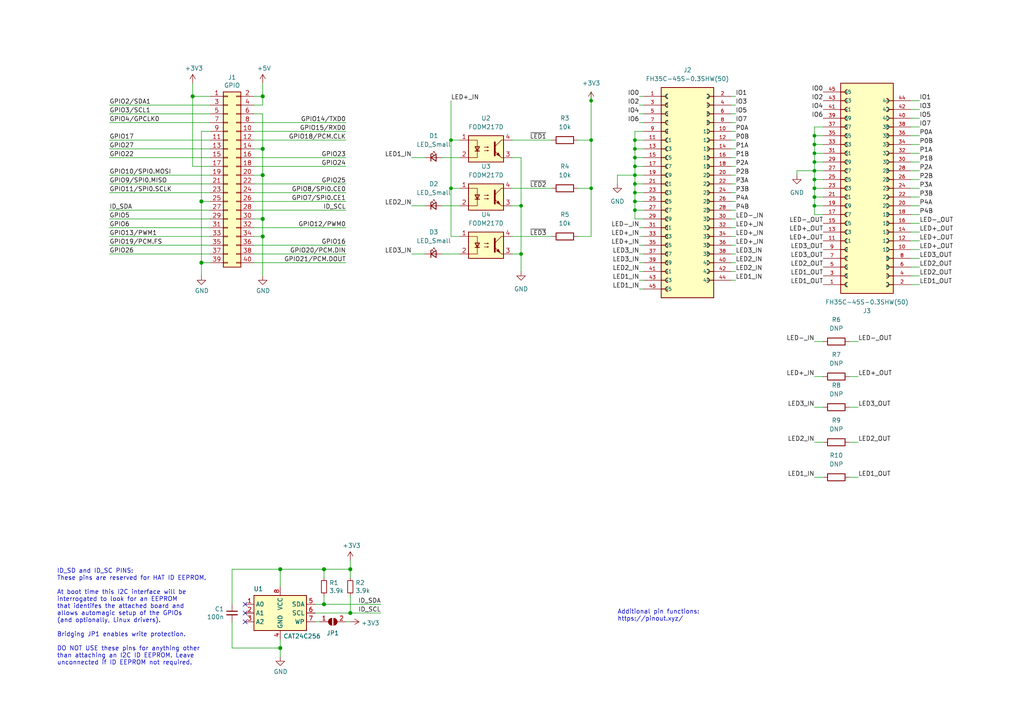
<source format=kicad_sch>
(kicad_sch (version 20230121) (generator eeschema)
  (paper "A4")
  (title_block (date "15 nov 2012"))
  (lib_symbols
    (symbol "Connector_Generic:Conn_02x20_Odd_Even" (pin_names (offset 1.016) hide)
      (property "Reference" "J" (at 1.27 25.4 0))
      (property "Value" "Conn_02x20_Odd_Even" (at 1.27 -27.94 0))
      (symbol "Conn_02x20_Odd_Even_1_1"
        (rectangle (start -1.27 -25.273) (end 0 -25.527) (stroke (width 0.1524)))
        (rectangle (start -1.27 -22.733) (end 0 -22.987) (stroke (width 0.1524)))
        (rectangle (start -1.27 -20.193) (end 0 -20.447) (stroke (width 0.1524)))
        (rectangle (start -1.27 -17.653) (end 0 -17.907) (stroke (width 0.1524)))
        (rectangle (start -1.27 -15.113) (end 0 -15.367) (stroke (width 0.1524)))
        (rectangle (start -1.27 -12.573) (end 0 -12.827) (stroke (width 0.1524)))
        (rectangle (start -1.27 -10.033) (end 0 -10.287) (stroke (width 0.1524)))
        (rectangle (start -1.27 -7.493) (end 0 -7.747) (stroke (width 0.1524)))
        (rectangle (start -1.27 -4.953) (end 0 -5.207) (stroke (width 0.1524)))
        (rectangle (start -1.27 -2.413) (end 0 -2.667) (stroke (width 0.1524)))
        (rectangle (start -1.27 0.127) (end 0 -0.127) (stroke (width 0.1524)))
        (rectangle (start -1.27 2.667) (end 0 2.413) (stroke (width 0.1524)))
        (rectangle (start -1.27 5.207) (end 0 4.953) (stroke (width 0.1524)))
        (rectangle (start -1.27 7.747) (end 0 7.493) (stroke (width 0.1524)))
        (rectangle (start -1.27 10.287) (end 0 10.033) (stroke (width 0.1524)))
        (rectangle (start -1.27 12.827) (end 0 12.573) (stroke (width 0.1524)))
        (rectangle (start -1.27 15.367) (end 0 15.113) (stroke (width 0.1524)))
        (rectangle (start -1.27 17.907) (end 0 17.653) (stroke (width 0.1524)))
        (rectangle (start -1.27 20.447) (end 0 20.193) (stroke (width 0.1524)))
        (rectangle (start -1.27 22.987) (end 0 22.733) (stroke (width 0.1524)))
        (rectangle (start -1.27 24.13) (end 3.81 -26.67) (stroke (width 0.254)) (fill (type background)))
        (rectangle (start 3.81 -25.273) (end 2.54 -25.527) (stroke (width 0.1524)))
        (rectangle (start 3.81 -22.733) (end 2.54 -22.987) (stroke (width 0.1524)))
        (rectangle (start 3.81 -20.193) (end 2.54 -20.447) (stroke (width 0.1524)))
        (rectangle (start 3.81 -17.653) (end 2.54 -17.907) (stroke (width 0.1524)))
        (rectangle (start 3.81 -15.113) (end 2.54 -15.367) (stroke (width 0.1524)))
        (rectangle (start 3.81 -12.573) (end 2.54 -12.827) (stroke (width 0.1524)))
        (rectangle (start 3.81 -10.033) (end 2.54 -10.287) (stroke (width 0.1524)))
        (rectangle (start 3.81 -7.493) (end 2.54 -7.747) (stroke (width 0.1524)))
        (rectangle (start 3.81 -4.953) (end 2.54 -5.207) (stroke (width 0.1524)))
        (rectangle (start 3.81 -2.413) (end 2.54 -2.667) (stroke (width 0.1524)))
        (rectangle (start 3.81 0.127) (end 2.54 -0.127) (stroke (width 0.1524)))
        (rectangle (start 3.81 2.667) (end 2.54 2.413) (stroke (width 0.1524)))
        (rectangle (start 3.81 5.207) (end 2.54 4.953) (stroke (width 0.1524)))
        (rectangle (start 3.81 7.747) (end 2.54 7.493) (stroke (width 0.1524)))
        (rectangle (start 3.81 10.287) (end 2.54 10.033) (stroke (width 0.1524)))
        (rectangle (start 3.81 12.827) (end 2.54 12.573) (stroke (width 0.1524)))
        (rectangle (start 3.81 15.367) (end 2.54 15.113) (stroke (width 0.1524)))
        (rectangle (start 3.81 17.907) (end 2.54 17.653) (stroke (width 0.1524)))
        (rectangle (start 3.81 20.447) (end 2.54 20.193) (stroke (width 0.1524)))
        (rectangle (start 3.81 22.987) (end 2.54 22.733) (stroke (width 0.1524)))
        (pin passive line (at -5.08 22.86 0) (length 3.81) (name "Pin_1") (number "1"))
        (pin passive line (at 7.62 12.7 180) (length 3.81) (name "Pin_10") (number "10"))
        (pin passive line (at -5.08 10.16 0) (length 3.81) (name "Pin_11") (number "11"))
        (pin passive line (at 7.62 10.16 180) (length 3.81) (name "Pin_12") (number "12"))
        (pin passive line (at -5.08 7.62 0) (length 3.81) (name "Pin_13") (number "13"))
        (pin passive line (at 7.62 7.62 180) (length 3.81) (name "Pin_14") (number "14"))
        (pin passive line (at -5.08 5.08 0) (length 3.81) (name "Pin_15") (number "15"))
        (pin passive line (at 7.62 5.08 180) (length 3.81) (name "Pin_16") (number "16"))
        (pin passive line (at -5.08 2.54 0) (length 3.81) (name "Pin_17") (number "17"))
        (pin passive line (at 7.62 2.54 180) (length 3.81) (name "Pin_18") (number "18"))
        (pin passive line (at -5.08 0 0) (length 3.81) (name "Pin_19") (number "19"))
        (pin passive line (at 7.62 22.86 180) (length 3.81) (name "Pin_2") (number "2"))
        (pin passive line (at 7.62 0 180) (length 3.81) (name "Pin_20") (number "20"))
        (pin passive line (at -5.08 -2.54 0) (length 3.81) (name "Pin_21") (number "21"))
        (pin passive line (at 7.62 -2.54 180) (length 3.81) (name "Pin_22") (number "22"))
        (pin passive line (at -5.08 -5.08 0) (length 3.81) (name "Pin_23") (number "23"))
        (pin passive line (at 7.62 -5.08 180) (length 3.81) (name "Pin_24") (number "24"))
        (pin passive line (at -5.08 -7.62 0) (length 3.81) (name "Pin_25") (number "25"))
        (pin passive line (at 7.62 -7.62 180) (length 3.81) (name "Pin_26") (number "26"))
        (pin passive line (at -5.08 -10.16 0) (length 3.81) (name "Pin_27") (number "27"))
        (pin passive line (at 7.62 -10.16 180) (length 3.81) (name "Pin_28") (number "28"))
        (pin passive line (at -5.08 -12.7 0) (length 3.81) (name "Pin_29") (number "29"))
        (pin passive line (at -5.08 20.32 0) (length 3.81) (name "Pin_3") (number "3"))
        (pin passive line (at 7.62 -12.7 180) (length 3.81) (name "Pin_30") (number "30"))
        (pin passive line (at -5.08 -15.24 0) (length 3.81) (name "Pin_31") (number "31"))
        (pin passive line (at 7.62 -15.24 180) (length 3.81) (name "Pin_32") (number "32"))
        (pin passive line (at -5.08 -17.78 0) (length 3.81) (name "Pin_33") (number "33"))
        (pin passive line (at 7.62 -17.78 180) (length 3.81) (name "Pin_34") (number "34"))
        (pin passive line (at -5.08 -20.32 0) (length 3.81) (name "Pin_35") (number "35"))
        (pin passive line (at 7.62 -20.32 180) (length 3.81) (name "Pin_36") (number "36"))
        (pin passive line (at -5.08 -22.86 0) (length 3.81) (name "Pin_37") (number "37"))
        (pin passive line (at 7.62 -22.86 180) (length 3.81) (name "Pin_38") (number "38"))
        (pin passive line (at -5.08 -25.4 0) (length 3.81) (name "Pin_39") (number "39"))
        (pin passive line (at 7.62 20.32 180) (length 3.81) (name "Pin_4") (number "4"))
        (pin passive line (at 7.62 -25.4 180) (length 3.81) (name "Pin_40") (number "40"))
        (pin passive line (at -5.08 17.78 0) (length 3.81) (name "Pin_5") (number "5"))
        (pin passive line (at 7.62 17.78 180) (length 3.81) (name "Pin_6") (number "6"))
        (pin passive line (at -5.08 15.24 0) (length 3.81) (name "Pin_7") (number "7"))
        (pin passive line (at 7.62 15.24 180) (length 3.81) (name "Pin_8") (number "8"))
        (pin passive line (at -5.08 12.7 0) (length 3.81) (name "Pin_9") (number "9"))
      )
    )
    (symbol "Device:C_Small" (pin_numbers hide) (pin_names (offset 0.254) hide)
      (property "Reference" "C" (at 0.254 1.778 0))
      (property "Value" "C_Small" (at 0.254 -2.032 0))
      (symbol "C_Small_0_1"
        (polyline (pts (xy -1.524 -0.508) (xy 1.524 -0.508)) (stroke (width 0.3302)))
        (polyline (pts (xy -1.524 0.508) (xy 1.524 0.508)) (stroke (width 0.3048)))
      )
      (symbol "C_Small_1_1"
        (pin passive line (at 0 2.54 270) (length 2.032) (name "~") (number "1"))
        (pin passive line (at 0 -2.54 90) (length 2.032) (name "~") (number "2"))
      )
    )
    (symbol "Device:LED_Small" (pin_numbers hide) (pin_names (offset 0.254) hide)
      (property "Reference" "D" (at -1.27 3.175 0))
      (property "Value" "LED_Small" (at -4.445 -2.54 0))
      (symbol "LED_Small_0_1"
        (polyline (pts (xy -0.762 -1.016) (xy -0.762 1.016)) (stroke (width 0.254)))
        (polyline (pts (xy 1.016 0) (xy -0.762 0)))
        (polyline (pts (xy 0.762 -1.016) (xy -0.762 0) (xy 0.762 1.016) (xy 0.762 -1.016)) (stroke (width 0.254)))
        (polyline (pts (xy 0 0.762) (xy -0.508 1.27) (xy -0.254 1.27) (xy -0.508 1.27) (xy -0.508 1.016)))
        (polyline (pts (xy 0.508 1.27) (xy 0 1.778) (xy 0.254 1.778) (xy 0 1.778) (xy 0 1.524)))
      )
      (symbol "LED_Small_1_1"
        (pin passive line (at -2.54 0 0) (length 1.778) (name "K") (number "1"))
        (pin passive line (at 2.54 0 180) (length 1.778) (name "A") (number "2"))
      )
    )
    (symbol "Device:R" (pin_numbers hide) (pin_names (offset 0))
      (property "Reference" "R" (at 2.032 0 90))
      (property "Value" "R" (at 0 0 90))
      (symbol "R_0_1"
        (rectangle (start -1.016 -2.54) (end 1.016 2.54) (stroke (width 0.254)))
      )
      (symbol "R_1_1"
        (pin passive line (at 0 3.81 270) (length 1.27) (name "~") (number "1"))
        (pin passive line (at 0 -3.81 90) (length 1.27) (name "~") (number "2"))
      )
    )
    (symbol "Device:R_Small" (pin_numbers hide) (pin_names (offset 0.254) hide)
      (property "Reference" "R" (at 0.762 0.508 0))
      (property "Value" "R_Small" (at 0.762 -1.016 0))
      (symbol "R_Small_0_1"
        (rectangle (start -0.762 1.778) (end 0.762 -1.778) (stroke (width 0.2032)))
      )
      (symbol "R_Small_1_1"
        (pin passive line (at 0 2.54 270) (length 0.762) (name "~") (number "1"))
        (pin passive line (at 0 -2.54 90) (length 0.762) (name "~") (number "2"))
      )
    )
    (symbol "FH35C-45S-0.3SHW_50_:FH35C-45S-0.3SHW(50)" (pin_names (offset 1.016))
      (property "Reference" "J" (at -7.62 31.75 0))
      (property "Value" "FH35C-45S-0.3SHW(50)" (at -7.62 -33.02 0))
      (symbol "FH35C-45S-0.3SHW(50)_0_0"
        (rectangle (start -7.62 -30.48) (end 7.62 30.48) (stroke (width 0.254)) (fill (type background)))
        (arc (start -5.715 -27.305) (mid -6.3473 -27.94) (end -5.715 -28.575) (stroke (width 0.254)))
        (arc (start -5.715 -24.765) (mid -6.3473 -25.4) (end -5.715 -26.035) (stroke (width 0.254)))
        (arc (start -5.715 -22.225) (mid -6.3473 -22.86) (end -5.715 -23.495) (stroke (width 0.254)))
        (arc (start -5.715 -19.685) (mid -6.3473 -20.32) (end -5.715 -20.955) (stroke (width 0.254)))
        (arc (start -5.715 -17.145) (mid -6.3473 -17.78) (end -5.715 -18.415) (stroke (width 0.254)))
        (arc (start -5.715 -14.605) (mid -6.3473 -15.24) (end -5.715 -15.875) (stroke (width 0.254)))
        (arc (start -5.715 -12.065) (mid -6.3473 -12.7) (end -5.715 -13.335) (stroke (width 0.254)))
        (arc (start -5.715 -9.525) (mid -6.3473 -10.16) (end -5.715 -10.795) (stroke (width 0.254)))
        (arc (start -5.715 -6.985) (mid -6.3473 -7.62) (end -5.715 -8.255) (stroke (width 0.254)))
        (arc (start -5.715 -4.445) (mid -6.3473 -5.08) (end -5.715 -5.715) (stroke (width 0.254)))
        (arc (start -5.715 -1.905) (mid -6.3473 -2.54) (end -5.715 -3.175) (stroke (width 0.254)))
        (arc (start -5.715 0.635) (mid -6.3473 0) (end -5.715 -0.635) (stroke (width 0.254)))
        (arc (start -5.715 3.175) (mid -6.3473 2.54) (end -5.715 1.905) (stroke (width 0.254)))
        (arc (start -5.715 5.715) (mid -6.3473 5.08) (end -5.715 4.445) (stroke (width 0.254)))
        (arc (start -5.715 8.255) (mid -6.3473 7.62) (end -5.715 6.985) (stroke (width 0.254)))
        (arc (start -5.715 10.795) (mid -6.3473 10.16) (end -5.715 9.525) (stroke (width 0.254)))
        (arc (start -5.715 13.335) (mid -6.3473 12.7) (end -5.715 12.065) (stroke (width 0.254)))
        (arc (start -5.715 15.875) (mid -6.3473 15.24) (end -5.715 14.605) (stroke (width 0.254)))
        (arc (start -5.715 18.415) (mid -6.3473 17.78) (end -5.715 17.145) (stroke (width 0.254)))
        (arc (start -5.715 20.955) (mid -6.3473 20.32) (end -5.715 19.685) (stroke (width 0.254)))
        (arc (start -5.715 23.495) (mid -6.3473 22.86) (end -5.715 22.225) (stroke (width 0.254)))
        (arc (start -5.715 26.035) (mid -6.3473 25.4) (end -5.715 24.765) (stroke (width 0.254)))
        (arc (start -5.715 28.575) (mid -6.3473 27.94) (end -5.715 27.305) (stroke (width 0.254)))
        (polyline (pts (xy -7.62 -27.94) (xy -6.35 -27.94)) (stroke (width 0.254)))
        (polyline (pts (xy -7.62 -25.4) (xy -6.35 -25.4)) (stroke (width 0.254)))
        (polyline (pts (xy -7.62 -22.86) (xy -6.35 -22.86)) (stroke (width 0.254)))
        (polyline (pts (xy -7.62 -20.32) (xy -6.35 -20.32)) (stroke (width 0.254)))
        (polyline (pts (xy -7.62 -17.78) (xy -6.35 -17.78)) (stroke (width 0.254)))
        (polyline (pts (xy -7.62 -15.24) (xy -6.35 -15.24)) (stroke (width 0.254)))
        (polyline (pts (xy -7.62 -12.7) (xy -6.35 -12.7)) (stroke (width 0.254)))
        (polyline (pts (xy -7.62 -10.16) (xy -6.35 -10.16)) (stroke (width 0.254)))
        (polyline (pts (xy -7.62 -7.62) (xy -6.35 -7.62)) (stroke (width 0.254)))
        (polyline (pts (xy -7.62 -5.08) (xy -6.35 -5.08)) (stroke (width 0.254)))
        (polyline (pts (xy -7.62 -2.54) (xy -6.35 -2.54)) (stroke (width 0.254)))
        (polyline (pts (xy -7.62 0) (xy -6.35 0)) (stroke (width 0.254)))
        (polyline (pts (xy -7.62 2.54) (xy -6.35 2.54)) (stroke (width 0.254)))
        (polyline (pts (xy -7.62 5.08) (xy -6.35 5.08)) (stroke (width 0.254)))
        (polyline (pts (xy -7.62 7.62) (xy -6.35 7.62)) (stroke (width 0.254)))
        (polyline (pts (xy -7.62 10.16) (xy -6.35 10.16)) (stroke (width 0.254)))
        (polyline (pts (xy -7.62 12.7) (xy -6.35 12.7)) (stroke (width 0.254)))
        (polyline (pts (xy -7.62 15.24) (xy -6.35 15.24)) (stroke (width 0.254)))
        (polyline (pts (xy -7.62 17.78) (xy -6.35 17.78)) (stroke (width 0.254)))
        (polyline (pts (xy -7.62 20.32) (xy -6.35 20.32)) (stroke (width 0.254)))
        (polyline (pts (xy -7.62 22.86) (xy -6.35 22.86)) (stroke (width 0.254)))
        (polyline (pts (xy -7.62 25.4) (xy -6.35 25.4)) (stroke (width 0.254)))
        (polyline (pts (xy -7.62 27.94) (xy -6.35 27.94)) (stroke (width 0.254)))
        (polyline (pts (xy 7.62 -25.4) (xy 6.35 -25.4)) (stroke (width 0.254)))
        (polyline (pts (xy 7.62 -22.86) (xy 6.35 -22.86)) (stroke (width 0.254)))
        (polyline (pts (xy 7.62 -20.32) (xy 6.35 -20.32)) (stroke (width 0.254)))
        (polyline (pts (xy 7.62 -17.78) (xy 6.35 -17.78)) (stroke (width 0.254)))
        (polyline (pts (xy 7.62 -15.24) (xy 6.35 -15.24)) (stroke (width 0.254)))
        (polyline (pts (xy 7.62 -12.7) (xy 6.35 -12.7)) (stroke (width 0.254)))
        (polyline (pts (xy 7.62 -10.16) (xy 6.35 -10.16)) (stroke (width 0.254)))
        (polyline (pts (xy 7.62 -7.62) (xy 6.35 -7.62)) (stroke (width 0.254)))
        (polyline (pts (xy 7.62 -5.08) (xy 6.35 -5.08)) (stroke (width 0.254)))
        (polyline (pts (xy 7.62 -2.54) (xy 6.35 -2.54)) (stroke (width 0.254)))
        (polyline (pts (xy 7.62 0) (xy 6.35 0)) (stroke (width 0.254)))
        (polyline (pts (xy 7.62 2.54) (xy 6.35 2.54)) (stroke (width 0.254)))
        (polyline (pts (xy 7.62 5.08) (xy 6.35 5.08)) (stroke (width 0.254)))
        (polyline (pts (xy 7.62 7.62) (xy 6.35 7.62)) (stroke (width 0.254)))
        (polyline (pts (xy 7.62 10.16) (xy 6.35 10.16)) (stroke (width 0.254)))
        (polyline (pts (xy 7.62 12.7) (xy 6.35 12.7)) (stroke (width 0.254)))
        (polyline (pts (xy 7.62 15.24) (xy 6.35 15.24)) (stroke (width 0.254)))
        (polyline (pts (xy 7.62 17.78) (xy 6.35 17.78)) (stroke (width 0.254)))
        (polyline (pts (xy 7.62 20.32) (xy 6.35 20.32)) (stroke (width 0.254)))
        (polyline (pts (xy 7.62 22.86) (xy 6.35 22.86)) (stroke (width 0.254)))
        (polyline (pts (xy 7.62 25.4) (xy 6.35 25.4)) (stroke (width 0.254)))
        (polyline (pts (xy 7.62 27.94) (xy 6.35 27.94)) (stroke (width 0.254)))
        (arc (start 5.715 -26.035) (mid 6.3473 -25.4) (end 5.715 -24.765) (stroke (width 0.254)))
        (arc (start 5.715 -23.495) (mid 6.3473 -22.86) (end 5.715 -22.225) (stroke (width 0.254)))
        (arc (start 5.715 -20.955) (mid 6.3473 -20.32) (end 5.715 -19.685) (stroke (width 0.254)))
        (arc (start 5.715 -18.415) (mid 6.3473 -17.78) (end 5.715 -17.145) (stroke (width 0.254)))
        (arc (start 5.715 -15.875) (mid 6.3473 -15.24) (end 5.715 -14.605) (stroke (width 0.254)))
        (arc (start 5.715 -13.335) (mid 6.3473 -12.7) (end 5.715 -12.065) (stroke (width 0.254)))
        (arc (start 5.715 -10.795) (mid 6.3473 -10.16) (end 5.715 -9.525) (stroke (width 0.254)))
        (arc (start 5.715 -8.255) (mid 6.3473 -7.62) (end 5.715 -6.985) (stroke (width 0.254)))
        (arc (start 5.715 -5.715) (mid 6.3473 -5.08) (end 5.715 -4.445) (stroke (width 0.254)))
        (arc (start 5.715 -3.175) (mid 6.3473 -2.54) (end 5.715 -1.905) (stroke (width 0.254)))
        (arc (start 5.715 -0.635) (mid 6.3473 0) (end 5.715 0.635) (stroke (width 0.254)))
        (arc (start 5.715 1.905) (mid 6.3473 2.54) (end 5.715 3.175) (stroke (width 0.254)))
        (arc (start 5.715 4.445) (mid 6.3473 5.08) (end 5.715 5.715) (stroke (width 0.254)))
        (arc (start 5.715 6.985) (mid 6.3473 7.62) (end 5.715 8.255) (stroke (width 0.254)))
        (arc (start 5.715 9.525) (mid 6.3473 10.16) (end 5.715 10.795) (stroke (width 0.254)))
        (arc (start 5.715 12.065) (mid 6.3473 12.7) (end 5.715 13.335) (stroke (width 0.254)))
        (arc (start 5.715 14.605) (mid 6.3473 15.24) (end 5.715 15.875) (stroke (width 0.254)))
        (arc (start 5.715 17.145) (mid 6.3473 17.78) (end 5.715 18.415) (stroke (width 0.254)))
        (arc (start 5.715 19.685) (mid 6.3473 20.32) (end 5.715 20.955) (stroke (width 0.254)))
        (arc (start 5.715 22.225) (mid 6.3473 22.86) (end 5.715 23.495) (stroke (width 0.254)))
        (arc (start 5.715 24.765) (mid 6.3473 25.4) (end 5.715 26.035) (stroke (width 0.254)))
        (arc (start 5.715 27.305) (mid 6.3473 27.94) (end 5.715 28.575) (stroke (width 0.254)))
        (pin passive line (at -12.7 27.94 0) (length 5.08) (name "1") (number "1"))
        (pin passive line (at 12.7 17.78 180) (length 5.08) (name "10") (number "10"))
        (pin passive line (at -12.7 15.24 0) (length 5.08) (name "11") (number "11"))
        (pin passive line (at 12.7 15.24 180) (length 5.08) (name "12") (number "12"))
        (pin passive line (at -12.7 12.7 0) (length 5.08) (name "13") (number "13"))
        (pin passive line (at 12.7 12.7 180) (length 5.08) (name "14") (number "14"))
        (pin passive line (at -12.7 10.16 0) (length 5.08) (name "15") (number "15"))
        (pin passive line (at 12.7 10.16 180) (length 5.08) (name "16") (number "16"))
        (pin passive line (at -12.7 7.62 0) (length 5.08) (name "17") (number "17"))
        (pin passive line (at 12.7 7.62 180) (length 5.08) (name "18") (number "18"))
        (pin passive line (at -12.7 5.08 0) (length 5.08) (name "19") (number "19"))
        (pin passive line (at 12.7 27.94 180) (length 5.08) (name "2") (number "2"))
        (pin passive line (at 12.7 5.08 180) (length 5.08) (name "20") (number "20"))
        (pin passive line (at -12.7 2.54 0) (length 5.08) (name "21") (number "21"))
        (pin passive line (at 12.7 2.54 180) (length 5.08) (name "22") (number "22"))
        (pin passive line (at -12.7 0 0) (length 5.08) (name "23") (number "23"))
        (pin passive line (at 12.7 0 180) (length 5.08) (name "24") (number "24"))
        (pin passive line (at -12.7 -2.54 0) (length 5.08) (name "25") (number "25"))
        (pin passive line (at 12.7 -2.54 180) (length 5.08) (name "26") (number "26"))
        (pin passive line (at -12.7 -5.08 0) (length 5.08) (name "27") (number "27"))
        (pin passive line (at 12.7 -5.08 180) (length 5.08) (name "28") (number "28"))
        (pin passive line (at -12.7 -7.62 0) (length 5.08) (name "29") (number "29"))
        (pin passive line (at -12.7 25.4 0) (length 5.08) (name "3") (number "3"))
        (pin passive line (at 12.7 -7.62 180) (length 5.08) (name "30") (number "30"))
        (pin passive line (at -12.7 -10.16 0) (length 5.08) (name "31") (number "31"))
        (pin passive line (at 12.7 -10.16 180) (length 5.08) (name "32") (number "32"))
        (pin passive line (at -12.7 -12.7 0) (length 5.08) (name "33") (number "33"))
        (pin passive line (at 12.7 -12.7 180) (length 5.08) (name "34") (number "34"))
        (pin passive line (at -12.7 -15.24 0) (length 5.08) (name "35") (number "35"))
        (pin passive line (at 12.7 -15.24 180) (length 5.08) (name "36") (number "36"))
        (pin passive line (at -12.7 -17.78 0) (length 5.08) (name "37") (number "37"))
        (pin passive line (at 12.7 -17.78 180) (length 5.08) (name "38") (number "38"))
        (pin passive line (at -12.7 -20.32 0) (length 5.08) (name "39") (number "39"))
        (pin passive line (at 12.7 25.4 180) (length 5.08) (name "4") (number "4"))
        (pin passive line (at 12.7 -20.32 180) (length 5.08) (name "40") (number "40"))
        (pin passive line (at -12.7 -22.86 0) (length 5.08) (name "41") (number "41"))
        (pin passive line (at 12.7 -22.86 180) (length 5.08) (name "42") (number "42"))
        (pin passive line (at -12.7 -25.4 0) (length 5.08) (name "43") (number "43"))
        (pin passive line (at 12.7 -25.4 180) (length 5.08) (name "44") (number "44"))
        (pin passive line (at -12.7 -27.94 0) (length 5.08) (name "45") (number "45"))
        (pin passive line (at -12.7 22.86 0) (length 5.08) (name "5") (number "5"))
        (pin passive line (at 12.7 22.86 180) (length 5.08) (name "6") (number "6"))
        (pin passive line (at -12.7 20.32 0) (length 5.08) (name "7") (number "7"))
        (pin passive line (at 12.7 20.32 180) (length 5.08) (name "8") (number "8"))
        (pin passive line (at -12.7 17.78 0) (length 5.08) (name "9") (number "9"))
      )
    )
    (symbol "Isolator:FODM217D"
      (property "Reference" "U" (at -5.08 5.08 0))
      (property "Value" "FODM217D" (at 0 5.08 0))
      (symbol "FODM217D_0_1"
        (rectangle (start -5.08 3.81) (end 5.08 -3.81) (stroke (width 0.254)) (fill (type background)))
        (polyline (pts (xy -3.175 -0.635) (xy -1.905 -0.635)) (stroke (width 0.254)))
        (polyline (pts (xy 2.54 0.635) (xy 4.445 2.54)))
        (polyline (pts (xy 4.445 -2.54) (xy 2.54 -0.635)) (fill (type outline)))
        (polyline (pts (xy 4.445 -2.54) (xy 5.08 -2.54)))
        (polyline (pts (xy 4.445 2.54) (xy 5.08 2.54)))
        (polyline (pts (xy -5.08 2.54) (xy -2.54 2.54) (xy -2.54 -0.635)))
        (polyline (pts (xy -2.54 -0.635) (xy -2.54 -2.54) (xy -5.08 -2.54)))
        (polyline (pts (xy 2.54 1.905) (xy 2.54 -1.905) (xy 2.54 -1.905)) (stroke (width 0.508)))
        (polyline (pts (xy -2.54 -0.635) (xy -3.175 0.635) (xy -1.905 0.635) (xy -2.54 -0.635)) (stroke (width 0.254)))
        (polyline (pts (xy -0.508 -0.508) (xy 0.762 -0.508) (xy 0.381 -0.635) (xy 0.381 -0.381) (xy 0.762 -0.508)))
        (polyline (pts (xy -0.508 0.508) (xy 0.762 0.508) (xy 0.381 0.381) (xy 0.381 0.635) (xy 0.762 0.508)))
        (polyline (pts (xy 3.048 -1.651) (xy 3.556 -1.143) (xy 4.064 -2.159) (xy 3.048 -1.651) (xy 3.048 -1.651)) (fill (type outline)))
      )
      (symbol "FODM217D_1_1"
        (pin passive line (at -7.62 2.54 0) (length 2.54) (name "~") (number "1"))
        (pin passive line (at -7.62 -2.54 0) (length 2.54) (name "~") (number "2"))
        (pin passive line (at 7.62 -2.54 180) (length 2.54) (name "~") (number "3"))
        (pin passive line (at 7.62 2.54 180) (length 2.54) (name "~") (number "4"))
      )
    )
    (symbol "Jumper:SolderJumper_2_Open" (pin_names (offset 0) hide)
      (property "Reference" "JP" (at 0 2.032 0))
      (property "Value" "SolderJumper_2_Open" (at 0 -2.54 0))
      (symbol "SolderJumper_2_Open_0_1"
        (arc (start -0.254 1.016) (mid -1.2656 0) (end -0.254 -1.016))
        (arc (start -0.254 1.016) (mid -1.2656 0) (end -0.254 -1.016) (fill (type outline)))
        (polyline (pts (xy -0.254 1.016) (xy -0.254 -1.016)))
        (polyline (pts (xy 0.254 1.016) (xy 0.254 -1.016)))
        (arc (start 0.254 -1.016) (mid 1.2656 0) (end 0.254 1.016))
        (arc (start 0.254 -1.016) (mid 1.2656 0) (end 0.254 1.016) (fill (type outline)))
      )
      (symbol "SolderJumper_2_Open_1_1"
        (pin passive line (at -3.81 0 0) (length 2.54) (name "A") (number "1"))
        (pin passive line (at 3.81 0 180) (length 2.54) (name "B") (number "2"))
      )
    )
    (symbol "Memory_EEPROM:CAT24C256"
      (property "Reference" "U" (at -6.35 6.35 0))
      (property "Value" "CAT24C256" (at 1.27 6.35 0))
      (symbol "CAT24C256_1_1"
        (rectangle (start -7.62 5.08) (end 7.62 -5.08) (stroke (width 0.254)) (fill (type background)))
        (pin input line (at -10.16 2.54 0) (length 2.54) (name "A0") (number "1"))
        (pin input line (at -10.16 0 0) (length 2.54) (name "A1") (number "2"))
        (pin input line (at -10.16 -2.54 0) (length 2.54) (name "A2") (number "3"))
        (pin power_in line (at 0 -7.62 90) (length 2.54) (name "GND") (number "4"))
        (pin bidirectional line (at 10.16 2.54 180) (length 2.54) (name "SDA") (number "5"))
        (pin input line (at 10.16 0 180) (length 2.54) (name "SCL") (number "6"))
        (pin input line (at 10.16 -2.54 180) (length 2.54) (name "WP") (number "7"))
        (pin power_in line (at 0 7.62 270) (length 2.54) (name "VCC") (number "8"))
      )
    )
    (symbol "power:+3.3V" (power) (pin_names (offset 0))
      (property "Value" "+3.3V" (at 0 3.556 0))
      (symbol "+3.3V_0_1"
        (polyline (pts (xy -0.762 1.27) (xy 0 2.54)))
        (polyline (pts (xy 0 0) (xy 0 2.54)))
        (polyline (pts (xy 0 2.54) (xy 0.762 1.27)))
      )
      (symbol "+3.3V_1_1"
        (pin power_in line (at 0 0 90) (length 0) hide (name "+3V3") (number "1"))
      )
    )
    (symbol "power:+3V3" (power) (pin_names (offset 0))
      (property "Value" "+3V3" (at 0 3.556 0))
      (symbol "+3V3_0_1"
        (polyline (pts (xy -0.762 1.27) (xy 0 2.54)))
        (polyline (pts (xy 0 0) (xy 0 2.54)))
        (polyline (pts (xy 0 2.54) (xy 0.762 1.27)))
      )
      (symbol "+3V3_1_1"
        (pin power_in line (at 0 0 90) (length 0) hide (name "+3V3") (number "1"))
      )
    )
    (symbol "power:+5V" (power) (pin_names (offset 0))
      (property "Value" "+5V" (at 0 3.556 0))
      (symbol "+5V_0_1"
        (polyline (pts (xy -0.762 1.27) (xy 0 2.54)))
        (polyline (pts (xy 0 0) (xy 0 2.54)))
        (polyline (pts (xy 0 2.54) (xy 0.762 1.27)))
      )
      (symbol "+5V_1_1"
        (pin power_in line (at 0 0 90) (length 0) hide (name "+5V") (number "1"))
      )
    )
    (symbol "power:GND" (power) (pin_names (offset 0))
      (property "Value" "GND" (at 0 -3.81 0))
      (symbol "GND_0_1"
        (polyline (pts (xy 0 0) (xy 0 -1.27) (xy 1.27 -1.27) (xy 0 -2.54) (xy -1.27 -1.27) (xy 0 -1.27)))
      )
      (symbol "GND_1_1"
        (pin power_in line (at 0 0 270) (length 0) hide (name "GND") (number "1"))
      )
    )
  )
  (junction (at 184.15 60.96))
  (junction (at 76.2 63.5) (diameter 1.016))
  (junction (at 101.6 165.1) (diameter 1.016))
  (junction (at 55.88 27.94) (diameter 1.016))
  (junction (at 130.81 54.61))
  (junction (at 76.2 68.58) (diameter 1.016))
  (junction (at 93.98 175.26) (diameter 1.016))
  (junction (at 171.45 40.64))
  (junction (at 184.15 58.42))
  (junction (at 184.15 50.8))
  (junction (at 184.15 48.26))
  (junction (at 236.22 54.61))
  (junction (at 58.42 58.42) (diameter 1.016))
  (junction (at 236.22 59.69))
  (junction (at 236.22 44.45))
  (junction (at 130.81 40.64))
  (junction (at 236.22 39.37))
  (junction (at 76.2 50.8) (diameter 1.016))
  (junction (at 184.15 40.64))
  (junction (at 184.15 55.88))
  (junction (at 76.2 43.18) (diameter 1.016))
  (junction (at 184.15 43.18))
  (junction (at 184.15 53.34))
  (junction (at 93.98 165.1) (diameter 1.016))
  (junction (at 236.22 52.07))
  (junction (at 151.13 59.69))
  (junction (at 151.13 73.66))
  (junction (at 171.45 29.21))
  (junction (at 236.22 46.99))
  (junction (at 81.28 187.96) (diameter 1.016))
  (junction (at 81.28 165.1) (diameter 1.016))
  (junction (at 171.45 54.61))
  (junction (at 236.22 57.15))
  (junction (at 236.22 49.53))
  (junction (at 184.15 45.72))
  (junction (at 58.42 76.2) (diameter 1.016))
  (junction (at 236.22 41.91))
  (junction (at 76.2 27.94) (diameter 1.016))
  (junction (at 101.6 177.8) (diameter 1.016))
  (no_connect (at 71.12 175.26))
  (no_connect (at 71.12 177.8))
  (no_connect (at 71.12 180.34))
  (wire (pts (xy 266.7 52.07) (xy 264.16 52.07)))
  (wire (pts (xy 58.42 58.42) (xy 58.42 76.2)))
  (wire (pts (xy 73.66 58.42) (xy 100.33 58.42)))
  (wire (pts (xy 213.36 81.28) (xy 212.09 81.28)))
  (wire (pts (xy 128.27 59.69) (xy 133.35 59.69)))
  (wire (pts (xy 236.22 128.27) (xy 238.76 128.27)))
  (wire (pts (xy 266.7 69.85) (xy 264.16 69.85)))
  (wire (pts (xy 60.96 40.64) (xy 31.75 40.64)))
  (wire (pts (xy 81.28 165.1) (xy 93.98 165.1)))
  (wire (pts (xy 101.6 165.1) (xy 93.98 165.1)))
  (wire (pts (xy 101.6 167.64) (xy 101.6 165.1)))
  (wire (pts (xy 185.42 68.58) (xy 186.69 68.58)))
  (wire (pts (xy 185.42 30.48) (xy 186.69 30.48)))
  (wire (pts (xy 148.59 54.61) (xy 160.02 54.61)))
  (wire (pts (xy 213.36 40.64) (xy 212.09 40.64)))
  (wire (pts (xy 213.36 45.72) (xy 212.09 45.72)))
  (wire (pts (xy 76.2 33.02) (xy 76.2 43.18)))
  (wire (pts (xy 236.22 57.15) (xy 238.76 57.15)))
  (wire (pts (xy 76.2 50.8) (xy 73.66 50.8)))
  (wire (pts (xy 213.36 78.74) (xy 212.09 78.74)))
  (wire (pts (xy 184.15 40.64) (xy 186.69 40.64)))
  (wire (pts (xy 184.15 45.72) (xy 184.15 48.26)))
  (wire (pts (xy 236.22 59.69) (xy 236.22 62.23)))
  (wire (pts (xy 213.36 73.66) (xy 212.09 73.66)))
  (wire (pts (xy 76.2 63.5) (xy 76.2 68.58)))
  (wire (pts (xy 184.15 55.88) (xy 186.69 55.88)))
  (wire (pts (xy 266.7 29.21) (xy 264.16 29.21)))
  (wire (pts (xy 236.22 99.06) (xy 238.76 99.06)))
  (wire (pts (xy 213.36 68.58) (xy 212.09 68.58)))
  (wire (pts (xy 184.15 55.88) (xy 184.15 58.42)))
  (wire (pts (xy 128.27 45.72) (xy 133.35 45.72)))
  (wire (pts (xy 266.7 62.23) (xy 264.16 62.23)))
  (wire (pts (xy 128.27 73.66) (xy 133.35 73.66)))
  (wire (pts (xy 184.15 58.42) (xy 184.15 60.96)))
  (wire (pts (xy 76.2 50.8) (xy 76.2 63.5)))
  (wire (pts (xy 73.66 35.56) (xy 100.33 35.56)))
  (wire (pts (xy 148.59 45.72) (xy 151.13 45.72)))
  (wire (pts (xy 58.42 38.1) (xy 58.42 58.42)))
  (wire (pts (xy 213.36 30.48) (xy 212.09 30.48)))
  (wire (pts (xy 91.44 175.26) (xy 93.98 175.26)))
  (wire (pts (xy 93.98 175.26) (xy 110.49 175.26)))
  (wire (pts (xy 246.38 109.22) (xy 248.92 109.22)))
  (wire (pts (xy 246.38 138.43) (xy 248.92 138.43)))
  (wire (pts (xy 171.45 40.64) (xy 171.45 54.61)))
  (wire (pts (xy 185.42 73.66) (xy 186.69 73.66)))
  (wire (pts (xy 58.42 38.1) (xy 60.96 38.1)))
  (wire (pts (xy 236.22 36.83) (xy 236.22 39.37)))
  (wire (pts (xy 91.44 180.34) (xy 92.71 180.34)))
  (wire (pts (xy 100.33 180.34) (xy 101.6 180.34)))
  (wire (pts (xy 236.22 62.23) (xy 238.76 62.23)))
  (wire (pts (xy 73.66 55.88) (xy 100.33 55.88)))
  (wire (pts (xy 60.96 60.96) (xy 31.75 60.96)))
  (wire (pts (xy 231.14 49.53) (xy 231.14 50.8)))
  (wire (pts (xy 184.15 50.8) (xy 186.69 50.8)))
  (wire (pts (xy 151.13 45.72) (xy 151.13 59.69)))
  (wire (pts (xy 266.7 74.93) (xy 264.16 74.93)))
  (wire (pts (xy 213.36 66.04) (xy 212.09 66.04)))
  (wire (pts (xy 31.75 63.5) (xy 60.96 63.5)))
  (wire (pts (xy 184.15 38.1) (xy 186.69 38.1)))
  (wire (pts (xy 185.42 33.02) (xy 186.69 33.02)))
  (wire (pts (xy 58.42 58.42) (xy 60.96 58.42)))
  (wire (pts (xy 101.6 162.56) (xy 101.6 165.1)))
  (wire (pts (xy 213.36 27.94) (xy 212.09 27.94)))
  (wire (pts (xy 236.22 44.45) (xy 236.22 46.99)))
  (wire (pts (xy 185.42 27.94) (xy 186.69 27.94)))
  (wire (pts (xy 73.66 45.72) (xy 100.33 45.72)))
  (wire (pts (xy 184.15 43.18) (xy 186.69 43.18)))
  (wire (pts (xy 81.28 165.1) (xy 81.28 170.18)))
  (wire (pts (xy 213.36 60.96) (xy 212.09 60.96)))
  (wire (pts (xy 167.64 40.64) (xy 171.45 40.64)))
  (wire (pts (xy 266.7 34.29) (xy 264.16 34.29)))
  (wire (pts (xy 266.7 46.99) (xy 264.16 46.99)))
  (wire (pts (xy 167.64 54.61) (xy 171.45 54.61)))
  (wire (pts (xy 73.66 76.2) (xy 100.33 76.2)))
  (wire (pts (xy 58.42 76.2) (xy 58.42 80.01)))
  (wire (pts (xy 31.75 43.18) (xy 60.96 43.18)))
  (wire (pts (xy 101.6 172.72) (xy 101.6 177.8)))
  (wire (pts (xy 55.88 24.13) (xy 55.88 27.94)))
  (wire (pts (xy 179.07 50.8) (xy 179.07 53.34)))
  (wire (pts (xy 184.15 43.18) (xy 184.15 45.72)))
  (wire (pts (xy 184.15 53.34) (xy 184.15 55.88)))
  (wire (pts (xy 246.38 128.27) (xy 248.92 128.27)))
  (wire (pts (xy 266.7 41.91) (xy 264.16 41.91)))
  (wire (pts (xy 151.13 59.69) (xy 151.13 73.66)))
  (wire (pts (xy 266.7 57.15) (xy 264.16 57.15)))
  (wire (pts (xy 213.36 71.12) (xy 212.09 71.12)))
  (wire (pts (xy 76.2 68.58) (xy 73.66 68.58)))
  (wire (pts (xy 31.75 33.02) (xy 60.96 33.02)))
  (wire (pts (xy 236.22 49.53) (xy 236.22 52.07)))
  (wire (pts (xy 236.22 57.15) (xy 236.22 59.69)))
  (wire (pts (xy 213.36 58.42) (xy 212.09 58.42)))
  (wire (pts (xy 213.36 55.88) (xy 212.09 55.88)))
  (wire (pts (xy 148.59 73.66) (xy 151.13 73.66)))
  (wire (pts (xy 236.22 41.91) (xy 238.76 41.91)))
  (wire (pts (xy 213.36 38.1) (xy 212.09 38.1)))
  (wire (pts (xy 266.7 82.55) (xy 264.16 82.55)))
  (wire (pts (xy 31.75 55.88) (xy 60.96 55.88)))
  (wire (pts (xy 236.22 54.61) (xy 238.76 54.61)))
  (wire (pts (xy 148.59 40.64) (xy 160.02 40.64)))
  (wire (pts (xy 185.42 81.28) (xy 186.69 81.28)))
  (wire (pts (xy 266.7 77.47) (xy 264.16 77.47)))
  (wire (pts (xy 236.22 59.69) (xy 238.76 59.69)))
  (wire (pts (xy 55.88 48.26) (xy 60.96 48.26)))
  (wire (pts (xy 60.96 30.48) (xy 31.75 30.48)))
  (wire (pts (xy 76.2 27.94) (xy 76.2 30.48)))
  (wire (pts (xy 246.38 99.06) (xy 248.92 99.06)))
  (wire (pts (xy 148.59 68.58) (xy 160.02 68.58)))
  (wire (pts (xy 76.2 43.18) (xy 76.2 50.8)))
  (wire (pts (xy 148.59 59.69) (xy 151.13 59.69)))
  (wire (pts (xy 73.66 40.64) (xy 100.33 40.64)))
  (wire (pts (xy 76.2 43.18) (xy 73.66 43.18)))
  (wire (pts (xy 213.36 76.2) (xy 212.09 76.2)))
  (wire (pts (xy 76.2 24.13) (xy 76.2 27.94)))
  (wire (pts (xy 119.38 45.72) (xy 123.19 45.72)))
  (wire (pts (xy 31.75 35.56) (xy 60.96 35.56)))
  (wire (pts (xy 171.45 54.61) (xy 171.45 68.58)))
  (wire (pts (xy 93.98 165.1) (xy 93.98 167.64)))
  (wire (pts (xy 236.22 54.61) (xy 236.22 57.15)))
  (wire (pts (xy 76.2 27.94) (xy 73.66 27.94)))
  (wire (pts (xy 55.88 27.94) (xy 55.88 48.26)))
  (wire (pts (xy 73.66 48.26) (xy 100.33 48.26)))
  (wire (pts (xy 236.22 36.83) (xy 238.76 36.83)))
  (wire (pts (xy 213.36 48.26) (xy 212.09 48.26)))
  (wire (pts (xy 73.66 38.1) (xy 100.33 38.1)))
  (wire (pts (xy 266.7 36.83) (xy 264.16 36.83)))
  (wire (pts (xy 236.22 46.99) (xy 236.22 49.53)))
  (wire (pts (xy 266.7 64.77) (xy 264.16 64.77)))
  (wire (pts (xy 93.98 172.72) (xy 93.98 175.26)))
  (wire (pts (xy 119.38 59.69) (xy 123.19 59.69)))
  (wire (pts (xy 184.15 40.64) (xy 184.15 43.18)))
  (wire (pts (xy 130.81 54.61) (xy 130.81 40.64)))
  (wire (pts (xy 91.44 177.8) (xy 101.6 177.8)))
  (wire (pts (xy 101.6 177.8) (xy 110.49 177.8)))
  (wire (pts (xy 184.15 58.42) (xy 186.69 58.42)))
  (wire (pts (xy 31.75 45.72) (xy 60.96 45.72)))
  (wire (pts (xy 31.75 53.34) (xy 60.96 53.34)))
  (wire (pts (xy 236.22 39.37) (xy 238.76 39.37)))
  (wire (pts (xy 236.22 109.22) (xy 238.76 109.22)))
  (wire (pts (xy 185.42 71.12) (xy 186.69 71.12)))
  (wire (pts (xy 266.7 67.31) (xy 264.16 67.31)))
  (wire (pts (xy 213.36 53.34) (xy 212.09 53.34)))
  (wire (pts (xy 266.7 72.39) (xy 264.16 72.39)))
  (wire (pts (xy 133.35 68.58) (xy 130.81 68.58)))
  (wire (pts (xy 213.36 35.56) (xy 212.09 35.56)))
  (wire (pts (xy 184.15 38.1) (xy 184.15 40.64)))
  (wire (pts (xy 185.42 35.56) (xy 186.69 35.56)))
  (wire (pts (xy 236.22 118.11) (xy 238.76 118.11)))
  (wire (pts (xy 31.75 66.04) (xy 60.96 66.04)))
  (wire (pts (xy 184.15 60.96) (xy 184.15 63.5)))
  (wire (pts (xy 76.2 30.48) (xy 73.66 30.48)))
  (wire (pts (xy 184.15 48.26) (xy 186.69 48.26)))
  (wire (pts (xy 171.45 26.67) (xy 171.45 29.21)))
  (wire (pts (xy 236.22 44.45) (xy 238.76 44.45)))
  (wire (pts (xy 31.75 71.12) (xy 60.96 71.12)))
  (wire (pts (xy 266.7 44.45) (xy 264.16 44.45)))
  (wire (pts (xy 73.66 71.12) (xy 100.33 71.12)))
  (wire (pts (xy 213.36 50.8) (xy 212.09 50.8)))
  (wire (pts (xy 73.66 66.04) (xy 100.33 66.04)))
  (wire (pts (xy 58.42 76.2) (xy 60.96 76.2)))
  (wire (pts (xy 231.14 49.53) (xy 236.22 49.53)))
  (wire (pts (xy 266.7 49.53) (xy 264.16 49.53)))
  (wire (pts (xy 73.66 73.66) (xy 100.33 73.66)))
  (wire (pts (xy 185.42 66.04) (xy 186.69 66.04)))
  (wire (pts (xy 184.15 53.34) (xy 186.69 53.34)))
  (wire (pts (xy 266.7 39.37) (xy 264.16 39.37)))
  (wire (pts (xy 236.22 46.99) (xy 238.76 46.99)))
  (wire (pts (xy 76.2 33.02) (xy 73.66 33.02)))
  (wire (pts (xy 236.22 138.43) (xy 238.76 138.43)))
  (wire (pts (xy 184.15 63.5) (xy 186.69 63.5)))
  (wire (pts (xy 151.13 73.66) (xy 151.13 78.74)))
  (wire (pts (xy 31.75 73.66) (xy 60.96 73.66)))
  (wire (pts (xy 266.7 59.69) (xy 264.16 59.69)))
  (wire (pts (xy 184.15 48.26) (xy 184.15 50.8)))
  (wire (pts (xy 184.15 45.72) (xy 186.69 45.72)))
  (wire (pts (xy 130.81 68.58) (xy 130.81 54.61)))
  (wire (pts (xy 185.42 78.74) (xy 186.69 78.74)))
  (wire (pts (xy 213.36 33.02) (xy 212.09 33.02)))
  (wire (pts (xy 236.22 49.53) (xy 238.76 49.53)))
  (wire (pts (xy 213.36 63.5) (xy 212.09 63.5)))
  (wire (pts (xy 213.36 43.18) (xy 212.09 43.18)))
  (wire (pts (xy 67.31 165.1) (xy 67.31 175.26)))
  (wire (pts (xy 67.31 180.34) (xy 67.31 187.96)))
  (wire (pts (xy 67.31 187.96) (xy 81.28 187.96)))
  (wire (pts (xy 81.28 165.1) (xy 67.31 165.1)))
  (wire (pts (xy 171.45 29.21) (xy 171.45 40.64)))
  (wire (pts (xy 81.28 185.42) (xy 81.28 187.96)))
  (wire (pts (xy 81.28 187.96) (xy 81.28 190.5)))
  (wire (pts (xy 185.42 76.2) (xy 186.69 76.2)))
  (wire (pts (xy 236.22 52.07) (xy 238.76 52.07)))
  (wire (pts (xy 76.2 68.58) (xy 76.2 80.01)))
  (wire (pts (xy 130.81 29.21) (xy 130.81 40.64)))
  (wire (pts (xy 119.38 73.66) (xy 123.19 73.66)))
  (wire (pts (xy 73.66 53.34) (xy 100.33 53.34)))
  (wire (pts (xy 60.96 68.58) (xy 31.75 68.58)))
  (wire (pts (xy 236.22 52.07) (xy 236.22 54.61)))
  (wire (pts (xy 130.81 40.64) (xy 133.35 40.64)))
  (wire (pts (xy 236.22 41.91) (xy 236.22 44.45)))
  (wire (pts (xy 246.38 118.11) (xy 248.92 118.11)))
  (wire (pts (xy 236.22 39.37) (xy 236.22 41.91)))
  (wire (pts (xy 266.7 54.61) (xy 264.16 54.61)))
  (wire (pts (xy 167.64 68.58) (xy 171.45 68.58)))
  (wire (pts (xy 76.2 63.5) (xy 73.66 63.5)))
  (wire (pts (xy 266.7 31.75) (xy 264.16 31.75)))
  (wire (pts (xy 185.42 83.82) (xy 186.69 83.82)))
  (wire (pts (xy 55.88 27.94) (xy 60.96 27.94)))
  (wire (pts (xy 130.81 54.61) (xy 133.35 54.61)))
  (wire (pts (xy 266.7 80.01) (xy 264.16 80.01)))
  (wire (pts (xy 60.96 50.8) (xy 31.75 50.8)))
  (wire (pts (xy 73.66 60.96) (xy 100.33 60.96)))
  (wire (pts (xy 184.15 50.8) (xy 184.15 53.34)))
  (wire (pts (xy 184.15 60.96) (xy 186.69 60.96)))
  (wire (pts (xy 179.07 50.8) (xy 184.15 50.8)))
  (text "ID_SD and ID_SC PINS:\nThese pins are reserved for HAT ID EEPROM.\n\nAt boot time this I2C interface will be\ninterrogated to look for an EEPROM\nthat identifes the attached board and\nallows automagic setup of the GPIOs\n(and optionally, Linux drivers).\n\nBridging JP1 enables write protection.\n\nDO NOT USE these pins for anything other\nthan attaching an I2C ID EEPROM. Leave\nunconnected if ID EEPROM not required." (at 16.51 193.04 0) (effects (font (size 1.27 1.27)) (justify left bottom)))
  (text "Additional pin functions:\nhttps://pinout.xyz/" (at 179.07 180.34 0) (effects (font (size 1.27 1.27)) (justify left bottom)))
  (label "IO5" (at 213.36 33.02 0))
  (label "IO6" (at 238.76 34.29 180))
  (label "P2B" (at 266.7 52.07 0))
  (label "P3A" (at 266.7 54.61 0))
  (label "ID_SDA" (at 31.75 60.96 0))
  (label "GPIO6" (at 31.75 66.04 0))
  (label "LED1_OUT" (at 238.76 80.01 180))
  (label "P4B" (at 213.36 60.96 0))
  (label "P1B" (at 266.7 46.99 0))
  (label "IO3" (at 213.36 30.48 0))
  (label "IO2" (at 185.42 30.48 180))
  (label "ID_SDA" (at 110.49 175.26 180))
  (label "LED+_IN" (at 130.81 29.21 0))
  (label "P1A" (at 213.36 43.18 0))
  (label "LED-_OUT" (at 248.92 99.06 0))
  (label "LED3_OUT" (at 266.7 74.93 0))
  (label "LED1_OUT" (at 266.7 82.55 0))
  (label "LED+_OUT" (at 238.76 69.85 180))
  (label "IO7" (at 266.7 36.83 0))
  (label "ID_SCL" (at 100.33 60.96 180))
  (label "GPIO5" (at 31.75 63.5 0))
  (label "LED+_IN" (at 185.42 68.58 180))
  (label "GPIO21{slash}PCM.DOUT" (at 100.33 76.2 180))
  (label "LED2_OUT" (at 238.76 77.47 180))
  (label "GPIO19{slash}PCM.FS" (at 31.75 71.12 0))
  (label "GPIO10{slash}SPI0.MOSI" (at 31.75 50.8 0))
  (label "IO4" (at 238.76 31.75 180))
  (label "LED2_IN" (at 236.22 128.27 180))
  (label "GPIO9{slash}SPI0.MISO" (at 31.75 53.34 0))
  (label "LED1_IN" (at 236.22 138.43 180))
  (label "P0A" (at 266.7 39.37 0))
  (label "LED-_IN" (at 213.36 63.5 0))
  (label "P4A" (at 266.7 59.69 0))
  (label "GPIO23" (at 100.33 45.72 180))
  (label "LED+_OUT" (at 238.76 67.31 180))
  (label "LED2_IN" (at 213.36 76.2 0))
  (label "IO6" (at 185.42 35.56 180))
  (label "LED1_OUT" (at 248.92 138.43 0))
  (label "GPIO4{slash}GPCLK0" (at 31.75 35.56 0))
  (label "IO0" (at 238.76 26.67 180))
  (label "P2A" (at 266.7 49.53 0))
  (label "LED2_OUT" (at 266.7 77.47 0))
  (label "LED3_IN" (at 185.42 76.2 180))
  (label "IO7" (at 213.36 35.56 0))
  (label "LED+_IN" (at 236.22 109.22 180))
  (label "LED2_IN" (at 213.36 78.74 0))
  (label "GPIO27" (at 31.75 43.18 0))
  (label "P3B" (at 213.36 55.88 0))
  (label "GPIO26" (at 31.75 73.66 0))
  (label "GPIO14{slash}TXD0" (at 100.33 35.56 180))
  (label "GPIO8{slash}SPI0.CE0" (at 100.33 55.88 180))
  (label "GPIO15{slash}RXD0" (at 100.33 38.1 180))
  (label "LED1_IN" (at 213.36 81.28 0))
  (label "GPIO16" (at 100.33 71.12 180))
  (label "LED3_IN" (at 185.42 73.66 180))
  (label "LED1_IN" (at 185.42 83.82 180))
  (label "LED2_IN" (at 185.42 78.74 180))
  (label "LED3_IN" (at 236.22 118.11 180))
  (label "~{LED2}" (at 153.67 54.61 0))
  (label "IO1" (at 266.7 29.21 0))
  (label "LED2_OUT" (at 266.7 80.01 0))
  (label "IO0" (at 185.42 27.94 180))
  (label "LED-_OUT" (at 266.7 64.77 0))
  (label "LED1_IN" (at 119.38 45.72 180))
  (label "GPIO22" (at 31.75 45.72 0))
  (label "LED3_IN" (at 119.38 73.66 180))
  (label "GPIO2{slash}SDA1" (at 31.75 30.48 0))
  (label "LED2_IN" (at 119.38 59.69 180))
  (label "LED-_OUT" (at 238.76 64.77 180))
  (label "LED1_IN" (at 185.42 81.28 180))
  (label "~{LED1}" (at 153.67 40.64 0))
  (label "IO1" (at 213.36 27.94 0))
  (label "GPIO17" (at 31.75 40.64 0))
  (label "LED3_IN" (at 213.36 73.66 0))
  (label "LED+_OUT" (at 266.7 69.85 0))
  (label "IO4" (at 185.42 33.02 180))
  (label "P3A" (at 213.36 53.34 0))
  (label "GPIO25" (at 100.33 53.34 180))
  (label "LED3_OUT" (at 238.76 72.39 180))
  (label "GPIO3{slash}SCL1" (at 31.75 33.02 0))
  (label "GPIO18{slash}PCM.CLK" (at 100.33 40.64 180))
  (label "LED+_IN" (at 213.36 71.12 0))
  (label "GPIO12{slash}PWM0" (at 100.33 66.04 180))
  (label "P2B" (at 213.36 50.8 0))
  (label "LED2_OUT" (at 248.92 128.27 0))
  (label "GPIO13{slash}PWM1" (at 31.75 68.58 0))
  (label "GPIO20{slash}PCM.DIN" (at 100.33 73.66 180))
  (label "GPIO24" (at 100.33 48.26 180))
  (label "LED3_OUT" (at 238.76 74.93 180))
  (label "~{LED3}" (at 153.67 68.58 0))
  (label "GPIO7{slash}SPI0.CE1" (at 100.33 58.42 180))
  (label "P3B" (at 266.7 57.15 0))
  (label "IO2" (at 238.76 29.21 180))
  (label "LED+_OUT" (at 248.92 109.22 0))
  (label "LED1_OUT" (at 238.76 82.55 180))
  (label "LED-_IN" (at 185.42 66.04 180))
  (label "P4B" (at 266.7 62.23 0))
  (label "LED+_IN" (at 213.36 68.58 0))
  (label "P1A" (at 266.7 44.45 0))
  (label "LED+_OUT" (at 266.7 67.31 0))
  (label "ID_SCL" (at 110.49 177.8 180))
  (label "LED+_OUT" (at 266.7 72.39 0))
  (label "P2A" (at 213.36 48.26 0))
  (label "P4A" (at 213.36 58.42 0))
  (label "LED-_IN" (at 236.22 99.06 180))
  (label "LED+_IN" (at 185.42 71.12 180))
  (label "IO3" (at 266.7 31.75 0))
  (label "LED3_OUT" (at 248.92 118.11 0))
  (label "P1B" (at 213.36 45.72 0))
  (label "P0B" (at 266.7 41.91 0))
  (label "P0A" (at 213.36 38.1 0))
  (label "GPIO11{slash}SPI0.SCLK" (at 31.75 55.88 0))
  (label "IO5" (at 266.7 34.29 0))
  (label "P0B" (at 213.36 40.64 0))
  (label "LED+_IN" (at 213.36 66.04 0))
  (symbol (lib_id "power:+5V") (at 76.2 24.13 0) (unit 1)
    (property "Reference" "#PWR01" (effects hide))
    (property "Value" "+5V" (at 76.5683 19.8056 0))
  )
  (symbol (lib_id "power:+3.3V") (at 55.88 24.13 0) (unit 1)
    (property "Reference" "#PWR04" (effects hide))
    (property "Value" "+3.3V" (at 56.2483 19.8056 0))
  )
  (symbol (lib_id "power:GND") (at 76.2 80.01 0) (unit 1)
    (property "Reference" "#PWR02" (effects hide))
    (property "Value" "GND" (at 76.3143 84.3344 0))
  )
  (symbol (lib_id "power:GND") (at 58.42 80.01 0) (unit 1)
    (property "Reference" "#PWR03" (effects hide))
    (property "Value" "GND" (at 58.5343 84.3344 0))
  )
  (symbol (lib_id "Connector_Generic:Conn_02x20_Odd_Even") (at 66.04 50.8 0) (unit 1)
    (property "Reference" "J1" (at 67.31 22.4598 0))
    (property "Value" "GPIO" (at 67.31 24.765 0))
    (property "Footprint" "Connector_PinSocket_2.54mm:PinSocket_2x20_P2.54mm_Vertical" (effects hide))
  )
  (symbol (lib_id "Device:C_Small") (at 67.31 177.8 0) (unit 1)
    (property "Reference" "C1" (at 64.9858 176.6506 0) (effects (justify right)))
    (property "Value" "100n" (at 64.9858 178.9493 0) (effects (justify right)))
  )
  (symbol (lib_id "Device:R") (at 242.57 99.06 90) (unit 1)
    (property "Reference" "R6" (at 242.57 92.71 90))
    (property "Value" "DNP" (at 242.57 95.25 90))
    (property "Footprint" "Resistor_SMD:R_0603_1608Metric" (effects hide))
  )
  (symbol (lib_id "Device:LED_Small") (at 125.73 45.72 0) (unit 1)
    (property "Reference" "D1" (at 125.7935 39.37 0))
    (property "Value" "LED_Small" (at 125.7935 41.91 0))
    (property "Footprint" "LED_SMD:LED_0603_1608Metric_Pad1.05x0.95mm_HandSolder" (effects hide))
  )
  (symbol (lib_id "Device:R_Small") (at 93.98 170.18 0) (unit 1)
    (property "Reference" "R1" (at 95.4786 169.037 0) (effects (justify left)))
    (property "Value" "3.9k" (at 95.4787 171.3293 0) (effects (justify left)))
  )
  (symbol (lib_id "Isolator:FODM217D") (at 140.97 71.12 0) (unit 1)
    (property "Reference" "U4" (at 140.97 62.23 0))
    (property "Value" "FODM217D" (at 140.97 64.77 0))
    (property "Footprint" "Package_SO:SOP-4_4.4x2.6mm_P1.27mm" (effects hide))
    (property "Datasheet" "https://www.onsemi.com/pub/Collateral/FODM214-D.PDF" (effects hide))
  )
  (symbol (lib_id "power:GND") (at 151.13 78.74 0) (unit 1)
    (property "Reference" "#PWR05" (effects hide))
    (property "Value" "GND" (at 151.13 83.82 0))
  )
  (symbol (lib_id "Device:R") (at 163.83 54.61 90) (unit 1)
    (property "Reference" "R4" (at 163.83 48.26 90))
    (property "Value" "10k" (at 163.83 50.8 90))
    (property "Footprint" "Resistor_SMD:R_0603_1608Metric" (effects hide))
  )
  (symbol (lib_id "Jumper:SolderJumper_2_Open") (at 96.52 180.34 0) (unit 1)
    (property "Reference" "JP1" (at 96.52 183.623 0))
    (property "Value" "ID_WP" (effects hide))
  )
  (symbol (lib_id "power:+3V3") (at 171.45 29.21 0) (unit 1)
    (property "Reference" "#PWR06" (effects hide))
    (property "Value" "+3V3" (at 171.45 24.13 0))
  )
  (symbol (lib_id "Device:R") (at 242.57 138.43 90) (unit 1)
    (property "Reference" "R10" (at 242.57 132.08 90))
    (property "Value" "DNP" (at 242.57 134.62 90))
    (property "Footprint" "Resistor_SMD:R_0603_1608Metric" (effects hide))
  )
  (symbol (lib_id "Device:R_Small") (at 101.6 170.18 0) (unit 1)
    (property "Reference" "R2" (at 103.0986 169.037 0) (effects (justify left)))
    (property "Value" "3.9k" (at 103.0987 171.3293 0) (effects (justify left)))
  )
  (symbol (lib_id "Device:LED_Small") (at 125.73 59.69 0) (unit 1)
    (property "Reference" "D2" (at 125.7935 53.34 0))
    (property "Value" "LED_Small" (at 125.7935 55.88 0))
    (property "Footprint" "LED_SMD:LED_0603_1608Metric_Pad1.05x0.95mm_HandSolder" (effects hide))
  )
  (symbol (lib_id "power:+3.3V") (at 101.6 162.56 0) (unit 1)
    (property "Reference" "#PWR0101" (effects hide))
    (property "Value" "+3.3V" (at 101.9683 158.2356 0))
  )
  (symbol (lib_id "FH35C-45S-0.3SHW_50_:FH35C-45S-0.3SHW(50)") (at 251.46 54.61 0) (mirror x) (unit 1)
    (property "Reference" "J3" (at 251.46 90.17 0))
    (property "Value" "FH35C-45S-0.3SHW(50)" (at 251.46 87.63 0))
    (property "Footprint" "FH35C-45S-0.3SHW_50_:HRS_FH35C-45S-0.3SHW(50)" (effects hide))
    (property "PARTREV" "14.12.17" (effects hide))
    (property "STANDARD" "Manufacturer Recommendations" (effects hide))
    (property "MAXIMUM_PACKAGE_HEIGHT" "1.8 mm" (effects hide))
    (property "MANUFACTURER" "Hirose" (effects hide))
  )
  (symbol (lib_id "Device:R") (at 163.83 68.58 90) (unit 1)
    (property "Reference" "R5" (at 163.83 62.23 90))
    (property "Value" "10k" (at 163.83 64.77 90))
    (property "Footprint" "Resistor_SMD:R_0603_1608Metric" (effects hide))
  )
  (symbol (lib_id "FH35C-45S-0.3SHW_50_:FH35C-45S-0.3SHW(50)") (at 199.39 55.88 0) (unit 1)
    (property "Reference" "J2" (at 199.39 20.32 0))
    (property "Value" "FH35C-45S-0.3SHW(50)" (at 199.39 22.86 0))
    (property "Footprint" "FH35C-45S-0.3SHW_50_:HRS_FH35C-45S-0.3SHW(50)" (effects hide))
    (property "PARTREV" "14.12.17" (effects hide))
    (property "STANDARD" "Manufacturer Recommendations" (effects hide))
    (property "MAXIMUM_PACKAGE_HEIGHT" "1.8 mm" (effects hide))
    (property "MANUFACTURER" "Hirose" (effects hide))
  )
  (symbol (lib_id "power:GND") (at 179.07 53.34 0) (unit 1)
    (property "Reference" "#PWR07" (effects hide))
    (property "Value" "GND" (at 179.07 58.42 0))
  )
  (symbol (lib_id "Device:R") (at 163.83 40.64 90) (unit 1)
    (property "Reference" "R3" (at 163.83 34.29 90))
    (property "Value" "10k" (at 163.83 36.83 90))
    (property "Footprint" "Resistor_SMD:R_0603_1608Metric" (effects hide))
  )
  (symbol (lib_id "Memory_EEPROM:CAT24C256") (at 81.28 177.8 0) (unit 1)
    (property "Reference" "U1" (at 74.93 170.7958 0))
    (property "Value" "CAT24C256" (at 87.63 184.5245 0))
    (property "Datasheet" "https://www.onsemi.cn/PowerSolutions/document/CAT24C256-D.PDF" (effects hide))
  )
  (symbol (lib_id "Isolator:FODM217D") (at 140.97 43.18 0) (unit 1)
    (property "Reference" "U2" (at 140.97 34.29 0))
    (property "Value" "FODM217D" (at 140.97 36.83 0))
    (property "Footprint" "Package_SO:SOP-4_4.4x2.6mm_P1.27mm" (effects hide))
    (property "Datasheet" "https://www.onsemi.com/pub/Collateral/FODM214-D.PDF" (effects hide))
  )
  (symbol (lib_id "Device:LED_Small") (at 125.73 73.66 0) (unit 1)
    (property "Reference" "D3" (at 125.7935 67.31 0))
    (property "Value" "LED_Small" (at 125.7935 69.85 0))
    (property "Footprint" "LED_SMD:LED_0603_1608Metric_Pad1.05x0.95mm_HandSolder" (effects hide))
  )
  (symbol (lib_id "power:GND") (at 231.14 50.8 0) (unit 1)
    (property "Reference" "#PWR08" (effects hide))
    (property "Value" "GND" (at 231.14 55.88 0))
  )
  (symbol (lib_id "power:GND") (at 81.28 190.5 0) (unit 1)
    (property "Reference" "#PWR0102" (effects hide))
    (property "Value" "GND" (at 81.3943 194.8244 0))
  )
  (symbol (lib_id "Device:R") (at 242.57 128.27 90) (unit 1)
    (property "Reference" "R9" (at 242.57 121.92 90))
    (property "Value" "DNP" (at 242.57 124.46 90))
    (property "Footprint" "Resistor_SMD:R_0603_1608Metric" (effects hide))
  )
  (symbol (lib_id "power:+3.3V") (at 101.6 180.34 270) (unit 1)
    (property "Reference" "#PWR0103" (effects hide))
    (property "Value" "+3.3V" (at 104.7751 180.7083 90) (effects (justify left)))
  )
  (symbol (lib_id "Device:R") (at 242.57 109.22 90) (unit 1)
    (property "Reference" "R7" (at 242.57 102.87 90))
    (property "Value" "DNP" (at 242.57 105.41 90))
    (property "Footprint" "Resistor_SMD:R_0603_1608Metric" (effects hide))
  )
  (symbol (lib_id "Device:R") (at 242.57 118.11 90) (unit 1)
    (property "Reference" "R8" (at 242.57 111.76 90))
    (property "Value" "DNP" (at 242.57 114.3 90))
    (property "Footprint" "Resistor_SMD:R_0603_1608Metric" (effects hide))
  )
  (symbol (lib_id "Isolator:FODM217D") (at 140.97 57.15 0) (unit 1)
    (property "Reference" "U3" (at 140.97 48.26 0))
    (property "Value" "FODM217D" (at 140.97 50.8 0))
    (property "Footprint" "Package_SO:SOP-4_4.4x2.6mm_P1.27mm" (effects hide))
    (property "Datasheet" "https://www.onsemi.com/pub/Collateral/FODM214-D.PDF" (effects hide))
  )
)
</source>
